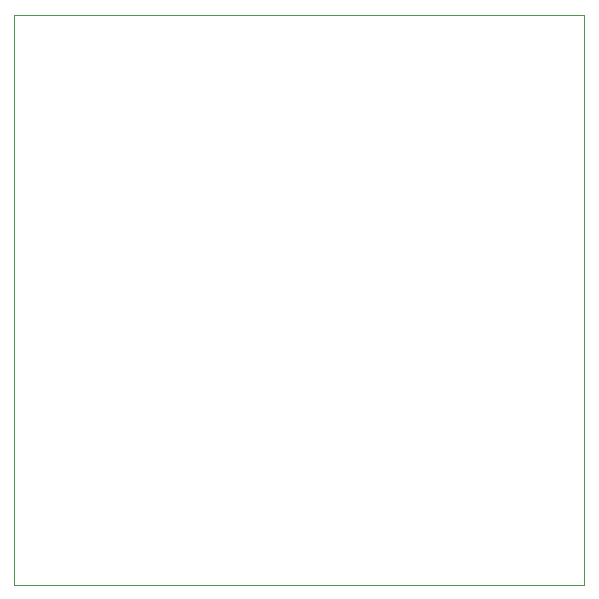
<source format=gm1>
G04 #@! TF.GenerationSoftware,KiCad,Pcbnew,5.1.5-5.1.5*
G04 #@! TF.CreationDate,2020-06-30T19:25:59-04:00*
G04 #@! TF.ProjectId,PIN-100,50494e2d-3130-4302-9e6b-696361645f70,1*
G04 #@! TF.SameCoordinates,Original*
G04 #@! TF.FileFunction,Profile,NP*
%FSLAX46Y46*%
G04 Gerber Fmt 4.6, Leading zero omitted, Abs format (unit mm)*
G04 Created by KiCad (PCBNEW 5.1.5-5.1.5) date 2020-06-30 19:25:59*
%MOMM*%
%LPD*%
G04 APERTURE LIST*
%ADD10C,0.038100*%
G04 APERTURE END LIST*
D10*
X125730000Y-110490000D02*
X125730000Y-62230000D01*
X173990000Y-110490000D02*
X125730000Y-110490000D01*
X173990000Y-62230000D02*
X173990000Y-110490000D01*
X125730000Y-62230000D02*
X173990000Y-62230000D01*
M02*

</source>
